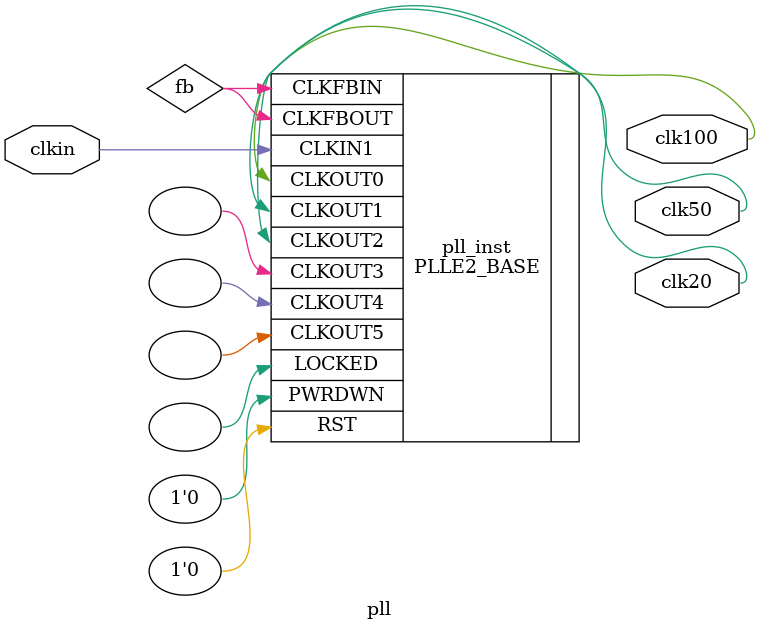
<source format=v>
`timescale 1ns / 1ps


module pll(
    input clkin,
    output clk100,
    output clk50,
    output clk20
    );


// PLLE2_BASE  : In order to incorporate this function into the design,
//   Verilog   : the following instance declaration needs to be placed
//  instance   : in the body of the design code.  The instance name
// declaration : (PLLE2_BASE_inst) and/or the port declarations within the
//    code     : parenthesis may be changed to properly reference and
//             : connect this function to the design.  All inputs
//             : and outputs must be connected.

//  <-----Cut code below this line---->

   // PLLE2_BASE: Base Phase Locked Loop (PLL)
   //             Artix-7
   // Xilinx HDL Language Template, version 2016.2

    wire fb;
    
   PLLE2_BASE #(
      .BANDWIDTH("OPTIMIZED"),  // OPTIMIZED, HIGH, LOW
      .CLKFBOUT_MULT(10),        // Multiply value for all CLKOUT, (2-64)
      .CLKFBOUT_PHASE(0.0),     // Phase offset in degrees of CLKFB, (-360.000-360.000).
      .CLKIN1_PERIOD(10.0),      // Input clock period in ns to ps resolution (i.e. 33.333 is 30 MHz).
      // CLKOUT0_DIVIDE - CLKOUT5_DIVIDE: Divide amount for each CLKOUT (1-128)
      .CLKOUT0_DIVIDE(10),       //  100MHz
      .CLKOUT1_DIVIDE(20),       //  50MHz
      .CLKOUT2_DIVIDE(50),       //  20MHz
      .CLKOUT3_DIVIDE(10),
      .CLKOUT4_DIVIDE(10),
      .CLKOUT5_DIVIDE(10),
      // CLKOUT0_DUTY_CYCLE - CLKOUT5_DUTY_CYCLE: Duty cycle for each CLKOUT (0.001-0.999).
      .CLKOUT0_DUTY_CYCLE(0.5),
      .CLKOUT1_DUTY_CYCLE(0.5),
      .CLKOUT2_DUTY_CYCLE(0.5),
      .CLKOUT3_DUTY_CYCLE(0.5),
      .CLKOUT4_DUTY_CYCLE(0.5),
      .CLKOUT5_DUTY_CYCLE(0.5),
      // CLKOUT0_PHASE - CLKOUT5_PHASE: Phase offset for each CLKOUT (-360.000-360.000).
      .CLKOUT0_PHASE(0.0),
      .CLKOUT1_PHASE(0.0),
      .CLKOUT2_PHASE(0.0),
      .CLKOUT3_PHASE(0.0),
      .CLKOUT4_PHASE(0.0),
      .CLKOUT5_PHASE(0.0),
      .DIVCLK_DIVIDE(1),        // Master division value, (1-56)
      .REF_JITTER1(0.0),        // Reference input jitter in UI, (0.000-0.999).
      .STARTUP_WAIT("FALSE")    // Delay DONE until PLL Locks, ("TRUE"/"FALSE")
   )
   pll_inst (
      // Clock Outputs: 1-bit (each) output: User configurable clock outputs
      .CLKOUT0(clk100),   // 1-bit output: CLKOUT0
      .CLKOUT1(clk50),   // 1-bit output: CLKOUT1
      .CLKOUT2(clk20),   // 1-bit output: CLKOUT2
      .CLKOUT3(),   // 1-bit output: CLKOUT3
      .CLKOUT4(),   // 1-bit output: CLKOUT4
      .CLKOUT5(),   // 1-bit output: CLKOUT5
      // Feedback Clocks: 1-bit (each) output: Clock feedback ports
      .CLKFBOUT(fb), // 1-bit output: Feedback clock
      .LOCKED(),     // 1-bit output: LOCK
      .CLKIN1(clkin),     // 1-bit input: Input clock
      // Control Ports: 1-bit (each) input: PLL control ports
      .PWRDWN(1'b0),     // 1-bit input: Power-down
      .RST(1'b0),           // 1-bit input: Reset
      // Feedback Clocks: 1-bit (each) input: Clock feedback ports
      .CLKFBIN(fb)    // 1-bit input: Feedback clock
   );

   // End of PLLE2_BASE_inst instantiation
					
				
endmodule

</source>
